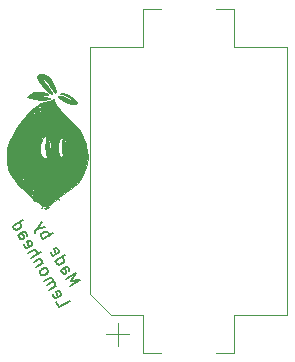
<source format=gbr>
%TF.GenerationSoftware,KiCad,Pcbnew,5.1.6*%
%TF.CreationDate,2020-10-02T21:06:49+02:00*%
%TF.ProjectId,NRF24,4e524632-342e-46b6-9963-61645f706362,rev?*%
%TF.SameCoordinates,Original*%
%TF.FileFunction,Legend,Bot*%
%TF.FilePolarity,Positive*%
%FSLAX46Y46*%
G04 Gerber Fmt 4.6, Leading zero omitted, Abs format (unit mm)*
G04 Created by KiCad (PCBNEW 5.1.6) date 2020-10-02 21:06:49*
%MOMM*%
%LPD*%
G01*
G04 APERTURE LIST*
%ADD10C,0.150000*%
%ADD11C,0.010000*%
%ADD12C,0.120000*%
G04 APERTURE END LIST*
D10*
X170763173Y-96058668D02*
X171629199Y-95558668D01*
X170843942Y-95627136D01*
X171295865Y-94981318D01*
X170429840Y-95481318D01*
X169977459Y-94697771D02*
X170431091Y-94435866D01*
X170537379Y-94429486D01*
X170626238Y-94488155D01*
X170721476Y-94653113D01*
X170727856Y-94759401D01*
X170018698Y-94673961D02*
X170025078Y-94780249D01*
X170144126Y-94986446D01*
X170232984Y-95045115D01*
X170339272Y-95038735D01*
X170421751Y-94991116D01*
X170480420Y-94902258D01*
X170474040Y-94795970D01*
X170354992Y-94589773D01*
X170348613Y-94483485D01*
X169525078Y-93914224D02*
X170391103Y-93414224D01*
X169566317Y-93890415D02*
X169572697Y-93996703D01*
X169667935Y-94161660D01*
X169756794Y-94220329D01*
X169821842Y-94237759D01*
X169928131Y-94231379D01*
X170175566Y-94088522D01*
X170234235Y-93999664D01*
X170251665Y-93934615D01*
X170245285Y-93828327D01*
X170150047Y-93663369D01*
X170061189Y-93604700D01*
X169137746Y-93148107D02*
X169144126Y-93254395D01*
X169239364Y-93419352D01*
X169328222Y-93478021D01*
X169434510Y-93471642D01*
X169764425Y-93281166D01*
X169823094Y-93192307D01*
X169816714Y-93086019D01*
X169721476Y-92921062D01*
X169632618Y-92862393D01*
X169526329Y-92868773D01*
X169443851Y-92916392D01*
X169599467Y-93376404D01*
X168477459Y-92099695D02*
X169343484Y-91599695D01*
X169013570Y-91790171D02*
X169007190Y-91683883D01*
X168911952Y-91518925D01*
X168823094Y-91460256D01*
X168758045Y-91442827D01*
X168651757Y-91449206D01*
X168404321Y-91592064D01*
X168345652Y-91680922D01*
X168328222Y-91745971D01*
X168334602Y-91852259D01*
X168429840Y-92017216D01*
X168518698Y-92075885D01*
X168650047Y-91065293D02*
X167953649Y-91192430D01*
X168411952Y-90652900D02*
X167953649Y-91192430D01*
X167795072Y-91393956D01*
X167777642Y-91459005D01*
X167784022Y-91565293D01*
X169631850Y-97399159D02*
X169869946Y-97811552D01*
X170735971Y-97311552D01*
X169315947Y-96756760D02*
X169322327Y-96863048D01*
X169417565Y-97028005D01*
X169506423Y-97086675D01*
X169612711Y-97080295D01*
X169942626Y-96889819D01*
X170001295Y-96800960D01*
X169994915Y-96694672D01*
X169899677Y-96529715D01*
X169810818Y-96471046D01*
X169704530Y-96477426D01*
X169622052Y-96525045D01*
X169777668Y-96985057D01*
X169036612Y-96368177D02*
X169613963Y-96034843D01*
X169531484Y-96082462D02*
X169548914Y-96017413D01*
X169542534Y-95911125D01*
X169471105Y-95787407D01*
X169382247Y-95728738D01*
X169275959Y-95735118D01*
X168822327Y-95997023D01*
X169275959Y-95735118D02*
X169334628Y-95646260D01*
X169328248Y-95539972D01*
X169256820Y-95416254D01*
X169167961Y-95357585D01*
X169061673Y-95363964D01*
X168608041Y-95625869D01*
X168298517Y-95089758D02*
X168387375Y-95148427D01*
X168452424Y-95165857D01*
X168558712Y-95159477D01*
X168806148Y-95016620D01*
X168864817Y-94927762D01*
X168882247Y-94862713D01*
X168875867Y-94756425D01*
X168804439Y-94632707D01*
X168715580Y-94574038D01*
X168650532Y-94556608D01*
X168544243Y-94562988D01*
X168296808Y-94705845D01*
X168238138Y-94794703D01*
X168220709Y-94859752D01*
X168227088Y-94966040D01*
X168298517Y-95089758D01*
X168494915Y-94096596D02*
X167917565Y-94429929D01*
X168412436Y-94144215D02*
X168429866Y-94079166D01*
X168423486Y-93972878D01*
X168352058Y-93849160D01*
X168263199Y-93790491D01*
X168156911Y-93796871D01*
X167703279Y-94058776D01*
X167465184Y-93646382D02*
X168331209Y-93146382D01*
X167250898Y-93275229D02*
X167704530Y-93013324D01*
X167810818Y-93006944D01*
X167899677Y-93065613D01*
X167971105Y-93189331D01*
X167977485Y-93295619D01*
X167960055Y-93360668D01*
X166863566Y-92509112D02*
X166869946Y-92615400D01*
X166965184Y-92780357D01*
X167054042Y-92839026D01*
X167160330Y-92832646D01*
X167490245Y-92642170D01*
X167548914Y-92553312D01*
X167542534Y-92447024D01*
X167447296Y-92282067D01*
X167358437Y-92223397D01*
X167252149Y-92229777D01*
X167169671Y-92277396D01*
X167325287Y-92737408D01*
X166369946Y-91749374D02*
X166823578Y-91487470D01*
X166929866Y-91481090D01*
X167018724Y-91539759D01*
X167113963Y-91704716D01*
X167120342Y-91811004D01*
X166411185Y-91725565D02*
X166417565Y-91831853D01*
X166536612Y-92038050D01*
X166625471Y-92096719D01*
X166731759Y-92090339D01*
X166814237Y-92042720D01*
X166872906Y-91953862D01*
X166866527Y-91847573D01*
X166747479Y-91641377D01*
X166741099Y-91535089D01*
X165917565Y-90965828D02*
X166783590Y-90465828D01*
X165958804Y-90942018D02*
X165965184Y-91048306D01*
X166060422Y-91213263D01*
X166149280Y-91271933D01*
X166214329Y-91289362D01*
X166320617Y-91282983D01*
X166568053Y-91140125D01*
X166626722Y-91051267D01*
X166644152Y-90986218D01*
X166637772Y-90879930D01*
X166542534Y-90714973D01*
X166453676Y-90656304D01*
D11*
%TO.C,G\u002A\u002A\u002A*%
G36*
X168797726Y-89368521D02*
G01*
X168608823Y-89418016D01*
X168546800Y-89455444D01*
X168626660Y-89495050D01*
X168797012Y-89486402D01*
X168954015Y-89440613D01*
X168994930Y-89407476D01*
X168953268Y-89359127D01*
X168797726Y-89368521D01*
G37*
X168797726Y-89368521D02*
X168608823Y-89418016D01*
X168546800Y-89455444D01*
X168626660Y-89495050D01*
X168797012Y-89486402D01*
X168954015Y-89440613D01*
X168994930Y-89407476D01*
X168953268Y-89359127D01*
X168797726Y-89368521D01*
G36*
X168343600Y-89443600D02*
G01*
X168394400Y-89494400D01*
X168445200Y-89443600D01*
X168394400Y-89392800D01*
X168343600Y-89443600D01*
G37*
X168343600Y-89443600D02*
X168394400Y-89494400D01*
X168445200Y-89443600D01*
X168394400Y-89392800D01*
X168343600Y-89443600D01*
G36*
X169235394Y-80293838D02*
G01*
X168971516Y-80406712D01*
X168668572Y-80451999D01*
X168337741Y-80538664D01*
X167941857Y-80780976D01*
X167505890Y-81152415D01*
X167054812Y-81626459D01*
X166613597Y-82176587D01*
X166207216Y-82776279D01*
X165860641Y-83399013D01*
X165825492Y-83471441D01*
X165640825Y-83874734D01*
X165528873Y-84187908D01*
X165471892Y-84491716D01*
X165452136Y-84866910D01*
X165450815Y-85176400D01*
X165459340Y-85640006D01*
X165491035Y-85969529D01*
X165560195Y-86233894D01*
X165681112Y-86502024D01*
X165753955Y-86638149D01*
X166012243Y-87017006D01*
X166398090Y-87462818D01*
X166870752Y-87928683D01*
X166891458Y-87947591D01*
X167221944Y-88259779D01*
X167480945Y-88526325D01*
X167640102Y-88716528D01*
X167675242Y-88796077D01*
X167698345Y-88844485D01*
X167759000Y-88829841D01*
X167914260Y-88861597D01*
X168112791Y-89008801D01*
X168137587Y-89034205D01*
X168448761Y-89250819D01*
X168791647Y-89269021D01*
X169170151Y-89088568D01*
X169333908Y-88959398D01*
X169601240Y-88744022D01*
X169969576Y-88469279D01*
X170100403Y-88376800D01*
X167683200Y-88376800D01*
X167678556Y-88470572D01*
X167644393Y-88478400D01*
X167500763Y-88404257D01*
X167480000Y-88376800D01*
X167484645Y-88283027D01*
X167518808Y-88275200D01*
X167662438Y-88349342D01*
X167683200Y-88376800D01*
X170100403Y-88376800D01*
X170369549Y-88186548D01*
X170465527Y-88121198D01*
X170678419Y-87967211D01*
X167835600Y-87967211D01*
X167761127Y-88023113D01*
X167683200Y-88007141D01*
X167549519Y-87935027D01*
X167530800Y-87908729D01*
X167613765Y-87873213D01*
X167683200Y-87868800D01*
X167226000Y-87868800D01*
X167188827Y-87952428D01*
X167158267Y-87936533D01*
X167146108Y-87815957D01*
X167158267Y-87801066D01*
X167218668Y-87815013D01*
X167226000Y-87868800D01*
X167683200Y-87868800D01*
X167818432Y-87921970D01*
X167835600Y-87967211D01*
X170678419Y-87967211D01*
X170968296Y-87757540D01*
X171235021Y-87513200D01*
X166819600Y-87513200D01*
X166768800Y-87564000D01*
X166718000Y-87513200D01*
X166768800Y-87462400D01*
X166819600Y-87513200D01*
X171235021Y-87513200D01*
X171335394Y-87421252D01*
X171355817Y-87394666D01*
X167395334Y-87394666D01*
X167381387Y-87455067D01*
X167327600Y-87462400D01*
X167243972Y-87425226D01*
X167259867Y-87394666D01*
X167380443Y-87382507D01*
X167395334Y-87394666D01*
X171355817Y-87394666D01*
X171606774Y-87067992D01*
X166921200Y-87067992D01*
X166858602Y-87123076D01*
X166819600Y-87106800D01*
X166721794Y-86972209D01*
X166718000Y-86942407D01*
X166780599Y-86887323D01*
X166819600Y-86903600D01*
X166917407Y-87038190D01*
X166921200Y-87067992D01*
X171606774Y-87067992D01*
X171616191Y-87055735D01*
X171860053Y-86604390D01*
X171938304Y-86432696D01*
X172178801Y-85767914D01*
X172269674Y-85166219D01*
X172218103Y-84561458D01*
X172166319Y-84331310D01*
X172092793Y-84063265D01*
X170467429Y-84063265D01*
X170466828Y-84077520D01*
X170435787Y-84120526D01*
X170370852Y-83991389D01*
X170350531Y-83931800D01*
X170247800Y-83677164D01*
X170169430Y-83619695D01*
X170118646Y-83754463D01*
X170098671Y-84076537D01*
X170101426Y-84312762D01*
X170130492Y-84707561D01*
X170185931Y-84933348D01*
X170260614Y-84980202D01*
X170347412Y-84838201D01*
X170388071Y-84711667D01*
X170438925Y-84554895D01*
X170461132Y-84587454D01*
X170467073Y-84673480D01*
X170398801Y-84939962D01*
X170198629Y-85091313D01*
X170021187Y-85104093D01*
X169901744Y-85056953D01*
X169833296Y-84926195D01*
X169796998Y-84662787D01*
X169786409Y-84493246D01*
X169791019Y-84304696D01*
X169152228Y-84304696D01*
X169113465Y-84480634D01*
X169057989Y-84516000D01*
X169001287Y-84441854D01*
X169016451Y-84367790D01*
X169023280Y-84196656D01*
X168976771Y-83948430D01*
X168899229Y-83700859D01*
X168812960Y-83531689D01*
X168767521Y-83500131D01*
X168734860Y-83593502D01*
X168710701Y-83840362D01*
X168699498Y-84191044D01*
X168699200Y-84262141D01*
X168707360Y-84694786D01*
X168735534Y-84937512D01*
X168789268Y-85003087D01*
X168874106Y-84904276D01*
X168930798Y-84795400D01*
X169012878Y-84657663D01*
X169045720Y-84704139D01*
X169047924Y-84737342D01*
X168992652Y-84916617D01*
X168859613Y-85107942D01*
X168715312Y-85221491D01*
X168685264Y-85227200D01*
X168565777Y-85184785D01*
X168438521Y-85122025D01*
X168311095Y-85001432D01*
X168252445Y-84780913D01*
X168242000Y-84527586D01*
X168277934Y-84045193D01*
X168374177Y-83675071D01*
X168513389Y-83434211D01*
X168678233Y-83339606D01*
X168851369Y-83408246D01*
X169015459Y-83657124D01*
X169048444Y-83737281D01*
X169130300Y-84036208D01*
X169152228Y-84304696D01*
X169791019Y-84304696D01*
X169798069Y-84016448D01*
X169884956Y-83683741D01*
X170039982Y-83516126D01*
X170121601Y-83500000D01*
X170287624Y-83588492D01*
X170418387Y-83802154D01*
X170467429Y-84063265D01*
X172092793Y-84063265D01*
X172033422Y-83846826D01*
X171896037Y-83454158D01*
X171728125Y-83112853D01*
X171503646Y-82782463D01*
X171196558Y-82422537D01*
X170780823Y-81992624D01*
X170518468Y-81733798D01*
X167699477Y-81733798D01*
X167683200Y-81772800D01*
X167548610Y-81870606D01*
X167518808Y-81874400D01*
X167465678Y-81814021D01*
X167297461Y-81814021D01*
X167226000Y-81874400D01*
X167063885Y-81965779D01*
X167042286Y-81931363D01*
X167073600Y-81874400D01*
X167221979Y-81777801D01*
X167257397Y-81774355D01*
X167297461Y-81814021D01*
X167465678Y-81814021D01*
X167463724Y-81811801D01*
X167480000Y-81772800D01*
X167614591Y-81674993D01*
X167644393Y-81671200D01*
X167699477Y-81733798D01*
X170518468Y-81733798D01*
X170451800Y-81668027D01*
X170030303Y-81247125D01*
X170009301Y-81224379D01*
X168297849Y-81224379D01*
X168242000Y-81315600D01*
X168089018Y-81443667D01*
X168013920Y-81468000D01*
X167982952Y-81406820D01*
X168038800Y-81315600D01*
X168162693Y-81211884D01*
X167879850Y-81211884D01*
X167845352Y-81311227D01*
X167809674Y-81370159D01*
X167691088Y-81539728D01*
X167640777Y-81537515D01*
X167632400Y-81428070D01*
X167714290Y-81270887D01*
X167783314Y-81228629D01*
X167879850Y-81211884D01*
X168162693Y-81211884D01*
X168191783Y-81187532D01*
X168266881Y-81163200D01*
X168297849Y-81224379D01*
X170009301Y-81224379D01*
X169741218Y-80934043D01*
X169686638Y-80862837D01*
X168397143Y-80862837D01*
X168363697Y-80939397D01*
X168247997Y-80960000D01*
X168079391Y-80943636D01*
X168038800Y-80920070D01*
X168118953Y-80843175D01*
X168278554Y-80817206D01*
X168396314Y-80861535D01*
X168397143Y-80862837D01*
X169686638Y-80862837D01*
X169563995Y-80702838D01*
X169478079Y-80527569D01*
X169461200Y-80417666D01*
X169448832Y-80224300D01*
X169375539Y-80204260D01*
X169235394Y-80293838D01*
G37*
X169235394Y-80293838D02*
X168971516Y-80406712D01*
X168668572Y-80451999D01*
X168337741Y-80538664D01*
X167941857Y-80780976D01*
X167505890Y-81152415D01*
X167054812Y-81626459D01*
X166613597Y-82176587D01*
X166207216Y-82776279D01*
X165860641Y-83399013D01*
X165825492Y-83471441D01*
X165640825Y-83874734D01*
X165528873Y-84187908D01*
X165471892Y-84491716D01*
X165452136Y-84866910D01*
X165450815Y-85176400D01*
X165459340Y-85640006D01*
X165491035Y-85969529D01*
X165560195Y-86233894D01*
X165681112Y-86502024D01*
X165753955Y-86638149D01*
X166012243Y-87017006D01*
X166398090Y-87462818D01*
X166870752Y-87928683D01*
X166891458Y-87947591D01*
X167221944Y-88259779D01*
X167480945Y-88526325D01*
X167640102Y-88716528D01*
X167675242Y-88796077D01*
X167698345Y-88844485D01*
X167759000Y-88829841D01*
X167914260Y-88861597D01*
X168112791Y-89008801D01*
X168137587Y-89034205D01*
X168448761Y-89250819D01*
X168791647Y-89269021D01*
X169170151Y-89088568D01*
X169333908Y-88959398D01*
X169601240Y-88744022D01*
X169969576Y-88469279D01*
X170100403Y-88376800D01*
X167683200Y-88376800D01*
X167678556Y-88470572D01*
X167644393Y-88478400D01*
X167500763Y-88404257D01*
X167480000Y-88376800D01*
X167484645Y-88283027D01*
X167518808Y-88275200D01*
X167662438Y-88349342D01*
X167683200Y-88376800D01*
X170100403Y-88376800D01*
X170369549Y-88186548D01*
X170465527Y-88121198D01*
X170678419Y-87967211D01*
X167835600Y-87967211D01*
X167761127Y-88023113D01*
X167683200Y-88007141D01*
X167549519Y-87935027D01*
X167530800Y-87908729D01*
X167613765Y-87873213D01*
X167683200Y-87868800D01*
X167226000Y-87868800D01*
X167188827Y-87952428D01*
X167158267Y-87936533D01*
X167146108Y-87815957D01*
X167158267Y-87801066D01*
X167218668Y-87815013D01*
X167226000Y-87868800D01*
X167683200Y-87868800D01*
X167818432Y-87921970D01*
X167835600Y-87967211D01*
X170678419Y-87967211D01*
X170968296Y-87757540D01*
X171235021Y-87513200D01*
X166819600Y-87513200D01*
X166768800Y-87564000D01*
X166718000Y-87513200D01*
X166768800Y-87462400D01*
X166819600Y-87513200D01*
X171235021Y-87513200D01*
X171335394Y-87421252D01*
X171355817Y-87394666D01*
X167395334Y-87394666D01*
X167381387Y-87455067D01*
X167327600Y-87462400D01*
X167243972Y-87425226D01*
X167259867Y-87394666D01*
X167380443Y-87382507D01*
X167395334Y-87394666D01*
X171355817Y-87394666D01*
X171606774Y-87067992D01*
X166921200Y-87067992D01*
X166858602Y-87123076D01*
X166819600Y-87106800D01*
X166721794Y-86972209D01*
X166718000Y-86942407D01*
X166780599Y-86887323D01*
X166819600Y-86903600D01*
X166917407Y-87038190D01*
X166921200Y-87067992D01*
X171606774Y-87067992D01*
X171616191Y-87055735D01*
X171860053Y-86604390D01*
X171938304Y-86432696D01*
X172178801Y-85767914D01*
X172269674Y-85166219D01*
X172218103Y-84561458D01*
X172166319Y-84331310D01*
X172092793Y-84063265D01*
X170467429Y-84063265D01*
X170466828Y-84077520D01*
X170435787Y-84120526D01*
X170370852Y-83991389D01*
X170350531Y-83931800D01*
X170247800Y-83677164D01*
X170169430Y-83619695D01*
X170118646Y-83754463D01*
X170098671Y-84076537D01*
X170101426Y-84312762D01*
X170130492Y-84707561D01*
X170185931Y-84933348D01*
X170260614Y-84980202D01*
X170347412Y-84838201D01*
X170388071Y-84711667D01*
X170438925Y-84554895D01*
X170461132Y-84587454D01*
X170467073Y-84673480D01*
X170398801Y-84939962D01*
X170198629Y-85091313D01*
X170021187Y-85104093D01*
X169901744Y-85056953D01*
X169833296Y-84926195D01*
X169796998Y-84662787D01*
X169786409Y-84493246D01*
X169791019Y-84304696D01*
X169152228Y-84304696D01*
X169113465Y-84480634D01*
X169057989Y-84516000D01*
X169001287Y-84441854D01*
X169016451Y-84367790D01*
X169023280Y-84196656D01*
X168976771Y-83948430D01*
X168899229Y-83700859D01*
X168812960Y-83531689D01*
X168767521Y-83500131D01*
X168734860Y-83593502D01*
X168710701Y-83840362D01*
X168699498Y-84191044D01*
X168699200Y-84262141D01*
X168707360Y-84694786D01*
X168735534Y-84937512D01*
X168789268Y-85003087D01*
X168874106Y-84904276D01*
X168930798Y-84795400D01*
X169012878Y-84657663D01*
X169045720Y-84704139D01*
X169047924Y-84737342D01*
X168992652Y-84916617D01*
X168859613Y-85107942D01*
X168715312Y-85221491D01*
X168685264Y-85227200D01*
X168565777Y-85184785D01*
X168438521Y-85122025D01*
X168311095Y-85001432D01*
X168252445Y-84780913D01*
X168242000Y-84527586D01*
X168277934Y-84045193D01*
X168374177Y-83675071D01*
X168513389Y-83434211D01*
X168678233Y-83339606D01*
X168851369Y-83408246D01*
X169015459Y-83657124D01*
X169048444Y-83737281D01*
X169130300Y-84036208D01*
X169152228Y-84304696D01*
X169791019Y-84304696D01*
X169798069Y-84016448D01*
X169884956Y-83683741D01*
X170039982Y-83516126D01*
X170121601Y-83500000D01*
X170287624Y-83588492D01*
X170418387Y-83802154D01*
X170467429Y-84063265D01*
X172092793Y-84063265D01*
X172033422Y-83846826D01*
X171896037Y-83454158D01*
X171728125Y-83112853D01*
X171503646Y-82782463D01*
X171196558Y-82422537D01*
X170780823Y-81992624D01*
X170518468Y-81733798D01*
X167699477Y-81733798D01*
X167683200Y-81772800D01*
X167548610Y-81870606D01*
X167518808Y-81874400D01*
X167465678Y-81814021D01*
X167297461Y-81814021D01*
X167226000Y-81874400D01*
X167063885Y-81965779D01*
X167042286Y-81931363D01*
X167073600Y-81874400D01*
X167221979Y-81777801D01*
X167257397Y-81774355D01*
X167297461Y-81814021D01*
X167465678Y-81814021D01*
X167463724Y-81811801D01*
X167480000Y-81772800D01*
X167614591Y-81674993D01*
X167644393Y-81671200D01*
X167699477Y-81733798D01*
X170518468Y-81733798D01*
X170451800Y-81668027D01*
X170030303Y-81247125D01*
X170009301Y-81224379D01*
X168297849Y-81224379D01*
X168242000Y-81315600D01*
X168089018Y-81443667D01*
X168013920Y-81468000D01*
X167982952Y-81406820D01*
X168038800Y-81315600D01*
X168162693Y-81211884D01*
X167879850Y-81211884D01*
X167845352Y-81311227D01*
X167809674Y-81370159D01*
X167691088Y-81539728D01*
X167640777Y-81537515D01*
X167632400Y-81428070D01*
X167714290Y-81270887D01*
X167783314Y-81228629D01*
X167879850Y-81211884D01*
X168162693Y-81211884D01*
X168191783Y-81187532D01*
X168266881Y-81163200D01*
X168297849Y-81224379D01*
X170009301Y-81224379D01*
X169741218Y-80934043D01*
X169686638Y-80862837D01*
X168397143Y-80862837D01*
X168363697Y-80939397D01*
X168247997Y-80960000D01*
X168079391Y-80943636D01*
X168038800Y-80920070D01*
X168118953Y-80843175D01*
X168278554Y-80817206D01*
X168396314Y-80861535D01*
X168397143Y-80862837D01*
X169686638Y-80862837D01*
X169563995Y-80702838D01*
X169478079Y-80527569D01*
X169461200Y-80417666D01*
X169448832Y-80224300D01*
X169375539Y-80204260D01*
X169235394Y-80293838D01*
G36*
X169766000Y-88732400D02*
G01*
X169816800Y-88783200D01*
X169867600Y-88732400D01*
X169816800Y-88681600D01*
X169766000Y-88732400D01*
G37*
X169766000Y-88732400D02*
X169816800Y-88783200D01*
X169867600Y-88732400D01*
X169816800Y-88681600D01*
X169766000Y-88732400D01*
G36*
X169920212Y-79761164D02*
G01*
X169920964Y-79782395D01*
X170110355Y-79831335D01*
X170144456Y-79839447D01*
X170412963Y-79929423D01*
X170674277Y-80056995D01*
X170873871Y-80189618D01*
X170957219Y-80294749D01*
X170948519Y-80319348D01*
X170834294Y-80310136D01*
X170602082Y-80226898D01*
X170434088Y-80150921D01*
X170073757Y-80000111D01*
X169843308Y-79949114D01*
X169758024Y-79989866D01*
X169833188Y-80114304D01*
X170084081Y-80314364D01*
X170101676Y-80326317D01*
X170531821Y-80563862D01*
X170917764Y-80653066D01*
X170990294Y-80655200D01*
X171242947Y-80636364D01*
X171382161Y-80589382D01*
X171391600Y-80571310D01*
X171305563Y-80403307D01*
X171085242Y-80201868D01*
X170787326Y-80002979D01*
X170468505Y-79842630D01*
X170185467Y-79756810D01*
X170099775Y-79751199D01*
X169920212Y-79761164D01*
G37*
X169920212Y-79761164D02*
X169920964Y-79782395D01*
X170110355Y-79831335D01*
X170144456Y-79839447D01*
X170412963Y-79929423D01*
X170674277Y-80056995D01*
X170873871Y-80189618D01*
X170957219Y-80294749D01*
X170948519Y-80319348D01*
X170834294Y-80310136D01*
X170602082Y-80226898D01*
X170434088Y-80150921D01*
X170073757Y-80000111D01*
X169843308Y-79949114D01*
X169758024Y-79989866D01*
X169833188Y-80114304D01*
X170084081Y-80314364D01*
X170101676Y-80326317D01*
X170531821Y-80563862D01*
X170917764Y-80653066D01*
X170990294Y-80655200D01*
X171242947Y-80636364D01*
X171382161Y-80589382D01*
X171391600Y-80571310D01*
X171305563Y-80403307D01*
X171085242Y-80201868D01*
X170787326Y-80002979D01*
X170468505Y-79842630D01*
X170185467Y-79756810D01*
X170099775Y-79751199D01*
X169920212Y-79761164D01*
G36*
X167685948Y-79656977D02*
G01*
X167478340Y-79786157D01*
X167458240Y-79802114D01*
X167175200Y-80029266D01*
X167450623Y-80135006D01*
X167808724Y-80231030D01*
X168238746Y-80289471D01*
X168651462Y-80302655D01*
X168953200Y-80264253D01*
X169119479Y-80202964D01*
X169103352Y-80152809D01*
X169021091Y-80117122D01*
X168765625Y-80058482D01*
X168595287Y-80045600D01*
X168379509Y-80001253D01*
X168284109Y-79929937D01*
X168293132Y-79876266D01*
X168106534Y-79876266D01*
X168092587Y-79936667D01*
X168038800Y-79944000D01*
X167955172Y-79906826D01*
X167971067Y-79876266D01*
X168091643Y-79864107D01*
X168106534Y-79876266D01*
X168293132Y-79876266D01*
X168295328Y-79863209D01*
X168468682Y-79864468D01*
X168608313Y-79887043D01*
X168850378Y-79921876D01*
X168924629Y-79899111D01*
X168879415Y-79832401D01*
X168710455Y-79745615D01*
X168421075Y-79668357D01*
X168248055Y-79639976D01*
X167912926Y-79614325D01*
X167685948Y-79656977D01*
G37*
X167685948Y-79656977D02*
X167478340Y-79786157D01*
X167458240Y-79802114D01*
X167175200Y-80029266D01*
X167450623Y-80135006D01*
X167808724Y-80231030D01*
X168238746Y-80289471D01*
X168651462Y-80302655D01*
X168953200Y-80264253D01*
X169119479Y-80202964D01*
X169103352Y-80152809D01*
X169021091Y-80117122D01*
X168765625Y-80058482D01*
X168595287Y-80045600D01*
X168379509Y-80001253D01*
X168284109Y-79929937D01*
X168293132Y-79876266D01*
X168106534Y-79876266D01*
X168092587Y-79936667D01*
X168038800Y-79944000D01*
X167955172Y-79906826D01*
X167971067Y-79876266D01*
X168091643Y-79864107D01*
X168106534Y-79876266D01*
X168293132Y-79876266D01*
X168295328Y-79863209D01*
X168468682Y-79864468D01*
X168608313Y-79887043D01*
X168850378Y-79921876D01*
X168924629Y-79899111D01*
X168879415Y-79832401D01*
X168710455Y-79745615D01*
X168421075Y-79668357D01*
X168248055Y-79639976D01*
X167912926Y-79614325D01*
X167685948Y-79656977D01*
G36*
X168043089Y-78160832D02*
G01*
X168014774Y-78340510D01*
X168105414Y-78616467D01*
X168289973Y-78941608D01*
X168543417Y-79268833D01*
X168734413Y-79461400D01*
X169031335Y-79708172D01*
X169221556Y-79822196D01*
X169293264Y-79800827D01*
X169234647Y-79641417D01*
X169187814Y-79563000D01*
X169019021Y-79317802D01*
X168788470Y-79008835D01*
X168665233Y-78851800D01*
X168495672Y-78617203D01*
X168417721Y-78460381D01*
X168433515Y-78420000D01*
X168542693Y-78497295D01*
X168730405Y-78702434D01*
X168960830Y-78995294D01*
X169022360Y-79079527D01*
X169247852Y-79380073D01*
X169428045Y-79596257D01*
X169532211Y-79691982D01*
X169543827Y-79692040D01*
X169561114Y-79549654D01*
X169498491Y-79293710D01*
X169380030Y-78985228D01*
X169229805Y-78685229D01*
X169071888Y-78454733D01*
X169043856Y-78424686D01*
X168770799Y-78223476D01*
X168467701Y-78104247D01*
X168199084Y-78084010D01*
X168043089Y-78160832D01*
G37*
X168043089Y-78160832D02*
X168014774Y-78340510D01*
X168105414Y-78616467D01*
X168289973Y-78941608D01*
X168543417Y-79268833D01*
X168734413Y-79461400D01*
X169031335Y-79708172D01*
X169221556Y-79822196D01*
X169293264Y-79800827D01*
X169234647Y-79641417D01*
X169187814Y-79563000D01*
X169019021Y-79317802D01*
X168788470Y-79008835D01*
X168665233Y-78851800D01*
X168495672Y-78617203D01*
X168417721Y-78460381D01*
X168433515Y-78420000D01*
X168542693Y-78497295D01*
X168730405Y-78702434D01*
X168960830Y-78995294D01*
X169022360Y-79079527D01*
X169247852Y-79380073D01*
X169428045Y-79596257D01*
X169532211Y-79691982D01*
X169543827Y-79692040D01*
X169561114Y-79549654D01*
X169498491Y-79293710D01*
X169380030Y-78985228D01*
X169229805Y-78685229D01*
X169071888Y-78454733D01*
X169043856Y-78424686D01*
X168770799Y-78223476D01*
X168467701Y-78104247D01*
X168199084Y-78084010D01*
X168043089Y-78160832D01*
D12*
%TO.C,BT1*%
X174800000Y-99150000D02*
X174800000Y-101150000D01*
X175800000Y-100150000D02*
X173800000Y-100150000D01*
X189150000Y-75800000D02*
X184650000Y-75800000D01*
X189150000Y-98500000D02*
X184650000Y-98500000D01*
X189150000Y-98500000D02*
X189150000Y-75800000D01*
X184650000Y-72600000D02*
X183100000Y-72600000D01*
X184650000Y-75800000D02*
X184650000Y-72600000D01*
X184650000Y-101700000D02*
X183100000Y-101700000D01*
X184650000Y-98500000D02*
X184650000Y-101700000D01*
X176950000Y-101700000D02*
X178500000Y-101700000D01*
X176950000Y-98500000D02*
X176950000Y-101700000D01*
X172450000Y-96700000D02*
X174250000Y-98500000D01*
X174250000Y-98500000D02*
X176950000Y-98500000D01*
X172450000Y-75800000D02*
X172450000Y-96700000D01*
X172450000Y-75800000D02*
X176950000Y-75800000D01*
X176950000Y-72600000D02*
X178500000Y-72600000D01*
X176950000Y-75800000D02*
X176950000Y-72600000D01*
%TD*%
M02*

</source>
